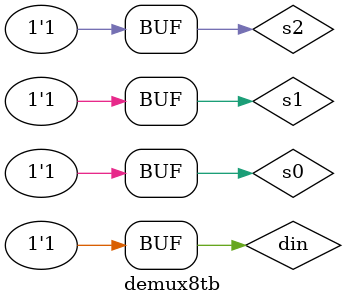
<source format=v>
`timescale 1ns / 1ps


module demux8tb;

	// Inputs
	reg din;
	reg s2;
	reg s1;
	reg s0;

	// Outputs
	wire d0;
	wire d1;
	wire d2;
	wire d3;
	wire d4;
	wire d5;
	wire d6;
	wire d7;

	// Instantiate the Unit Under Test (UUT)
	demux8 uut (
		.din(din), 
		.s2(s2), 
		.s1(s1), 
		.s0(s0), 
		.d0(d0), 
		.d1(d1), 
		.d2(d2), 
		.d3(d3), 
		.d4(d4), 
		.d5(d5), 
		.d6(d6), 
		.d7(d7)
	);
initial begin
	$monitor("time=%g,din=%b,s2=%b,s1=%b,s0=%b,d0=%b,d%b,d2=%b,d3=%b,d4=%b,d5=%b,d6=%b,d7=%b",$time,din,s2,s1,s0,d0,d1,d2,d3,d4,d5,d6,d7);
	end
	initial begin
		// Initialize Inputs
		din = 1;
		s2 = 0;
		s1 = 0;
		s0 = 0;

		// Wait 100 ns for global reset to finish
		#100;s2 = 0;
		s1 = 0;
		s0 = 1;
		#100;s2 = 0;
		s1 = 1;
		s0 = 0;
		#100;din=0;
		s2 = 0;
		s1 = 1;
		s0 = 1;
		#100;s2 = 1;
		s1 = 0;
		s0 = 0;
		#100;din=1;
		s2 =1;
		s1 = 0;
		s0 = 1;
		#100;s2 = 1;
		s1 = 1;
		s0 = 0;
		#100;s2 = 1;
		s1 = 1;
		s0 = 1;
        
		// Add stimulus here

	end
      
endmodule


</source>
